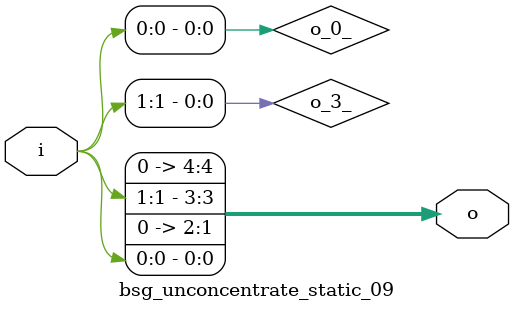
<source format=v>
module bsg_unconcentrate_static_09
(
  i,
  o
);
  input [1:0] i;
  output [4:0] o;
  wire [4:0] o;
  wire o_3_,o_0_;
  assign o[4] = 1'b0;
  assign o[2] = 1'b0;
  assign o[1] = 1'b0;
  assign o_3_ = i[1];
  assign o[3] = o_3_;
  assign o_0_ = i[0];
  assign o[0] = o_0_;
endmodule
</source>
